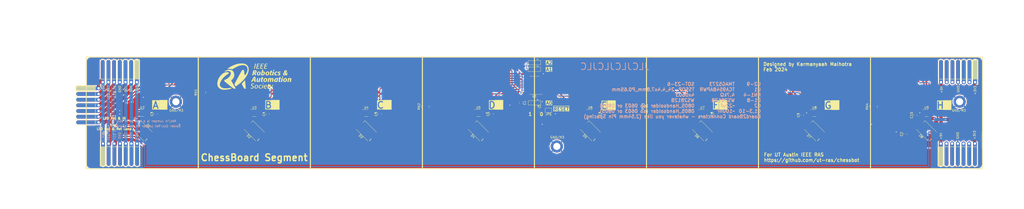
<source format=kicad_pcb>
(kicad_pcb (version 20221018) (generator pcbnew)
  (layers (0 "F.Cu" signal) (31 "B.Cu" signal) (34 "B.Paste" user) (35 "F.Paste" user) (36 "B.SilkS" user "B.Silkscreen") (37 "F.SilkS" user "F.Silkscreen") (38 "B.Mask" user) (39 "F.Mask" user) (44 "Edge.Cuts" user))
  (net 0 "")
  (net 1 "+5V")
  (net 2 "Net-(D1-DOUT)")
  (net 3 "GND")
  (net 4 "/LED_IN")
  (net 5 "Net-(D2-DOUT)")
  (net 6 "Net-(D3-DOUT)")
  (net 7 "Net-(D4-DOUT)")
  (net 8 "Net-(D5-DOUT)")
  (net 9 "Net-(D6-DOUT)")
  (net 10 "Net-(D7-DOUT)")
  (net 11 "/LED_OUT")
  (net 12 "+3.3V")
  (net 13 "/SDA")
  (net 14 "/SCL")
  (net 15 "/Row0/sensorpair3/C0")
  (net 16 "/Row0/sensorpair3/D0")
  (net 17 "/Row0/sensorpair3/C1")
  (net 18 "/Row0/sensorpair3/D1")
  (net 19 "/Row0/sensorpair2/C0")
  (net 20 "/Row0/sensorpair2/D0")
  (net 21 "/Row0/sensorpair2/C1")
  (net 22 "/Row0/sensorpair2/D1")
  (net 23 "/Row0/sensorpair1/C0")
  (net 24 "/Row0/sensorpair1/D0")
  (net 25 "/Row0/sensorpair1/C1")
  (net 26 "/Row0/sensorpair1/D1")
  (net 27 "/Row0/sensorpair0/C0")
  (net 28 "/Row0/sensorpair0/D0")
  (net 29 "/Row0/sensorpair0/C1")
  (net 30 "/Row0/sensorpair0/D1")
  (net 31 "/LED_RET")
  (net 32 "Net-(JP2-C)")
  (net 33 "Net-(JP3-C)")
  (net 34 "Net-(JP4-C)")
  (net 43 "Net-(JP5-B)")
  (footprint "Jumper:SolderJumper-3_P2.0mm_Open_TrianglePad1.0x1.5mm" (layer "F.Cu") (at 300 102.5 180)
    (fp_text reference "JP3" hide)
    (fp_text value "SolderJumper_3_Open")
  )
  (footprint "Package_TO_SOT_SMD:SOT-23-6" (layer "F.Cu") (at 475 125)
    (fp_text reference "U9")
    (fp_text value "TMAG5273")
  )
  (footprint "Package_TO_SOT_SMD:SOT-23-6" (layer "F.Cu") (at 325 125)
    (fp_text reference "U6")
    (fp_text value "TMAG5273")
  )
  (footprint "Capacitor_SMD:C_0805_2012Metric_Pad1.18x1.45mm_HandSolder" (layer "F.Cu") (at 181 125.5 90)
    (fp_text reference "C4")
    (fp_text value "100nF")
  )
  (footprint "Resistor_SMD:R_Array_Convex_4x0603" (layer "F.Cu") (at 251.3 122.15 90)
    (fp_text reference "RN2")
    (fp_text value "4.7k")
  )
  (footprint "Resistor_SMD:R_0805_2012Metric_Pad1.20x1.40mm_HandSolder" (layer "F.Cu") (at 112 129 180)
    (fp_text reference "JP6")
    (fp_text value "SolderJumper_2_Open")
  )
  (footprint "Jumper:SolderJumper-2_P1.3mm_Open_Pad1.0x1.5mm" (layer "F.Cu") (at 306.25 123.8 180)
    (fp_text reference "JP5")
    (fp_text value "SolderJumper_2_Open")
  )
  (footprint "Capacitor_SMD:C_0805_2012Metric_Pad1.18x1.45mm_HandSolder" (layer "F.Cu") (at 294 120.5 -90)
    (fp_text reference "C1")
    (fp_text value "100nF")
  )
  (footprint "Resistor_SMD:R_0805_2012Metric_Pad1.20x1.40mm_HandSolder" (layer "F.Cu") (at 112 133.75 180)
    (fp_text reference "JP1")
    (fp_text value "SolderJumper_2_Open")
  )
  (footprint "LED_SMD:LED_WS2812B_PLCC4_5.0x5.0mm_P3.2mm" (layer "F.Cu") (at 275 133 135)
    (fp_text reference "D4")
    (fp_text value "XL-5050RGBC-WS2812B")
  )
  (footprint "Package_TO_SOT_SMD:SOT-23-6" (layer "F.Cu") (at 375 125)
    (fp_text reference "U7")
    (fp_text value "TMAG5273")
  )
  (footprint "LED_SMD:LED_WS2812B_PLCC4_5.0x5.0mm_P3.2mm" (layer "F.Cu") (at 125 133 135)
    (fp_text reference "D1")
    (fp_text value "XL-5050RGBC-WS2812B")
  )
  (footprint "MountingHole:MountingHole_3.2mm_M3_ISO14580_Pad" (layer "F.Cu") (at 489.75 120)
    (fp_text reference "H1" hide)
    (fp_text value "MountingHole_Pad" hide)
  )
  (footprint "mylibrary:Custom PinSocket Edge Connector" (layer "F.Cu") (at 496.654 111.25 -90)
    (fp_text reference "J4" hide)
    (fp_text value "Conn_01x07")
  )
  (footprint "MountingHole:MountingHole_3.2mm_M3_ISO14580_Pad" (layer "F.Cu") (at 310 140)
    (fp_text reference "H3" hide)
    (fp_text value "MountingHole_Pad" hide)
  )
  (footprint "Jumper:SolderJumper-3_P2.0mm_Open_TrianglePad1.0x1.5mm" (layer "F.Cu") (at 300 105.5 180)
    (fp_text reference "JP2" hide)
    (fp_text value "SolderJumper_3_Open")
  )
  (footprint "Resistor_SMD:R_Array_Convex_4x0603" (layer "F.Cu") (at 151.7 115.85 90)
    (fp_text reference "RN1")
    (fp_text value "4.7k")
  )
  (footprint "MountingHole:MountingHole_3.2mm_M3_ISO14580_Pad" (layer "F.Cu") (at 140 120)
    (fp_text reference "H2" hide)
    (fp_text value "MountingHole_Pad" hide)
  )
  (footprint "Resistor_SMD:R_Array_Convex_4x0603" (layer "F.Cu") (at 451.3 122.15 90)
    (fp_text reference "RN4")
    (fp_text value "4.7k")
  )
  (footprint "Capacitor_SMD:C_0805_2012Metric_Pad1.18x1.45mm_HandSolder" (layer "F.Cu") (at 419.5 126 90)
    (fp_text reference "C9")
    (fp_text value "100nF")
  )
  (footprint "Package_SO:TSSOP-24_4.4x7.8mm_P0.65mm" (layer "F.Cu") (at 300 112.675 180)
    (fp_text reference "U1")
    (fp_text value "TCA9548APWR")
  )
  (footprint "LOGO" (layer "F.Cu") (at 175 109)
    (fp_text reference "G***" hide)
    (fp_text value "LOGO" hide)
  )
  (footprint "Resistor_SMD:R_Array_Convex_4x0603" (layer "F.Cu") (at 351.3 122.15 90)
    (fp_text reference "RN3")
    (fp_text value "4.7k")
  )
  (footprint "mylibrary:Custom PinSocket Edge Connector" (layer "F.Cu") (at 481.396 138.75 90)
    (fp_text reference "J5" hide)
    (fp_text value "Conn_01x07")
  )
  (footprint "mylibrary:Custom PinSocket Edge Connector" (layer "F.Cu") (at 122.534 111.25 -90)
    (fp_text reference "J3" hide)
    (fp_text value "Conn_01x07")
  )
  (footprint "Capacitor_SMD:C_0805_2012Metric_Pad1.18x1.45mm_HandSolder" (layer "F.Cu") (at 465.5 134.5 90)
    (fp_text reference "C2")
    (fp_text value "22uF")
  )
  (footprint "mylibrary:Custom PinSocket Edge Connector" (layer "F.Cu") (at 105.504 114.046)
    (fp_text reference "J6" hide)
    (fp_text value "Conn_01x07")
  )
  (footprint "Package_TO_SOT_SMD:SOT-23-6" (layer "F.Cu") (at 275 125)
    (fp_text reference "U5")
    (fp_text value "TMAG5273")
  )
  (footprint "mylibrary:Custom PinSocket Edge Connector" (layer "F.Cu") (at 107.506 138.75 90)
    (fp_text reference "J2" hide)
    (fp_text value "Conn_01x07")
  )
  (footprint "Capacitor_SMD:C_0805_2012Metric_Pad1.18x1.45mm_HandSolder" (layer "F.Cu") (at 231 125.5 90)
    (fp_text reference "C5")
    (fp_text value "100nF")
  )
  (footprint "Capacitor_SMD:C_0805_2012Metric_Pad1.18x1.45mm_HandSolder" (layer "F.Cu") (at 131 125.5 90)
    (fp_text reference "C3")
    (fp_text value "100nF")
  )
  (footprint "LED_SMD:LED_WS2812B_PLCC4_5.0x5.0mm_P3.2mm" (layer "F.Cu") (at 225 133 135)
    (fp_text reference "D3")
    (fp_text value "XL-5050RGBC-WS2812B")
  )
  (footprint "Package_TO_SOT_SMD:SOT-23-6" (layer "F.Cu") (at 225 125)
    (fp_text reference "U4")
    (fp_text value "TMAG5273")
  )
  (footprint "Capacitor_SMD:C_0805_2012Metric_Pad1.18x1.45mm_HandSolder" (layer "F.Cu") (at 470 126 90)
    (fp_text reference "C10")
    (fp_text value "100nF")
  )
  (footprint "Package_TO_SOT_SMD:SOT-23-6" (layer "F.Cu") (at 125 125)
    (fp_text reference "U2")
    (fp_text value "TMAG5273")
  )
  (footprint "LED_SMD:LED_WS2812B_PLCC4_5.0x5.0mm_P3.2mm" (layer "F.Cu") (at 475 133 135)
    (fp_text reference "D8")
    (fp_text value "XL-5050RGBC-WS2812B")
  )
  (footprint "LED_SMD:LED_WS2812B_PLCC4_5.0x5.0mm_P3.2mm" (layer "F.Cu") (at 325 133 135)
    (fp_text reference "D5")
    (fp_text value "XL-5050RGBC-WS2812B")
  )
  (footprint "LED_SMD:LED_WS2812B_PLCC4_5.0x5.0mm_P3.2mm" (layer "F.Cu") (at 175 133 135)
    (fp_text reference "D2")
    (fp_text value "XL-5050RGBC-WS2812B")
  )
  (footprint "Jumper:SolderJumper-3_P2.0mm_Open_TrianglePad1.0x1.5mm" (layer "F.Cu") (at 300 120.5 180)
    (fp_text reference "JP4" hide)
    (fp_text value "SolderJumper_3_Open")
  )
  (footprint "Capacitor_SMD:C_0805_2012Metric_Pad1.18x1.45mm_HandSolder" (layer "F.Cu") (at 331 125.5 90)
    (fp_text reference "C7")
    (fp_text value "100nF")
  )
  (footprint "Package_TO_SOT_SMD:SOT-23-6" (layer "F.Cu") (at 425 125)
    (fp_text reference "U8")
    (fp_text value "TMAG5273")
  )
  (footprint "Resistor_SMD:R_0805_2012Metric_Pad1.20x1.40mm_HandSolder" (layer "F.Cu") (at 302.2 123.8)
    (fp_text reference "R1")
    (fp_text value "10k")
  )
  (footprint "Capacitor_SMD:C_0805_2012Metric_Pad1.18x1.45mm_HandSolder" (layer "F.Cu") (at 281 125.5 90)
    (fp_text reference "C6")
    (fp_text value "100nF")
  )
  (footprint "Capacitor_SMD:C_0805_2012Metric_Pad1.18x1.45mm_HandSolder" (layer "F.Cu") (at 381 125.5 90)
    (fp_text reference "C8")
    (fp_text value "100nF")
  )
  (footprint "LED_SMD:LED_WS2812B_PLCC4_5.0x5.0mm_P3.2mm" (layer "F.Cu") (at 375 133 135)
    (fp_text reference "D6")
    (fp_text value "XL-5050RGBC-WS2812B")
  )
  (footprint "LED_SMD:LED_WS2812B_PLCC4_5.0x5.0mm_P3.2mm" (layer "F.Cu") (at 425 133 135)
    (fp_text reference "D7")
    (fp_text value "XL-5050RGBC-WS2812B")
  )
  (footprint "Package_TO_SOT_SMD:SOT-23-6" (layer "F.Cu") (at 175 125)
    (fp_text reference "U3")
    (fp_text value "TMAG5273")
  )
  (gr_rect (start 332.7 119.5) (end 336.2 123.7) (stroke (width 0.15)) (fill solid) (layer "F.SilkS"))
  (gr_rect (start 482.5 119.4) (end 486 123.6) (stroke (width 0.15)) (fill solid) (layer "F.SilkS"))
  (gr_rect (start 450 100) (end 500 150) (stroke (width 0.4)) (fill none) (layer "F.SilkS"))
  (gr_rect (start 100 100) (end 150 150) (stroke (width 0.4)) (fill none) (layer "F.SilkS"))
  (gr_rect (start 182.7 119.3) (end 186.2 123.5) (stroke (width 0.15)) (fill solid) (layer "F.SilkS"))
  (gr_rect (start 300 100) (end 350 150) (stroke (width 0.4)) (fill none) (layer "F.SilkS"))
  (gr_rect (start 432.5 119.4) (end 436 123.6) (stroke (width 0.15)) (fill solid) (layer "F.SilkS"))
  (gr_rect (start 250 100) (end 300 150) (stroke (width 0.4)) (fill none) (layer "F.SilkS"))
  (gr_rect (start 350 100) (end 400 150) (stroke (width 0.4)) (fill none) (layer "F.SilkS"))
  (gr_rect (start 282.5 119.3) (end 286 123.5) (stroke (width 0.15)) (fill solid) (layer "F.SilkS"))
  (gr_rect (start 132.6 119.3) (end 136.1 123.5) (stroke (width 0.15)) (fill solid) (layer "F.SilkS"))
  (gr_rect (start 400 100) (end 450 150) (stroke (width 0.4)) (fill none) (layer "F.SilkS"))
  (gr_rect (start 232.7 119.3) (end 236.2 123.5) (stroke (width 0.15)) (fill solid) (layer "F.SilkS"))
  (gr_rect (start 200 100) (end 250 150) (stroke (width 0.4)) (fill none) (layer "F.SilkS"))
  (gr_rect (start 150 100) (end 200 150) (stroke (width 0.4)) (fill none) (layer "F.SilkS"))
  (gr_rect (start 382.5 119.3) (end 386 123.5) (stroke (width 0.15)) (fill solid) (layer "F.SilkS"))
  (gr_line (start 500 102) (end 500 148) (stroke (width 0.1)) (layer "Edge.Cuts"))
  (gr_arc (start 102 150) (mid 100.585786 149.414214) (end 100 148) (stroke (width 0.1)) (layer "Edge.Cuts"))
  (gr_line (start 498 150) (end 102 150) (stroke (width 0.1)) (layer "Edge.Cuts"))
  (gr_arc (start 498 100) (mid 499.414214 100.585786) (end 500 102) (stroke (width 0.1)) (layer "Edge.Cuts"))
  (gr_arc (start 100 102) (mid 100.585786 100.585786) (end 102 100) (stroke (width 0.1)) (layer "Edge.Cuts"))
  (gr_line (start 102 100) (end 498 100) (stroke (width 0.1)) (layer "Edge.Cuts"))
  (gr_arc (start 500 148) (mid 499.414214 149.414214) (end 498 150) (stroke (width 0.1)) (layer "Edge.Cuts"))
  (gr_line (start 100 148) (end 100 102) (stroke (width 0.1)) (layer "Edge.Cuts"))
  (gr_text "GND" (at 114.2035 136.75 -90) (layer "B.SilkS") (effects (font (size 1 1)) (justify left bottom mirror)))
  (gr_text "SDA" (at 119.2035 136.5 -90) (layer "B.SilkS") (effects (font (size 1 1)) (justify left bottom mirror)))
  (gr_text "Ret/In Jumper is a test point only" (at 140.25 129.25) (layer "B.SilkS") (effects (font (size 1 1)) (justify left bottom mirror)))
  (gr_text "LED_RET" (at 109.4535 137.25 -90) (layer "B.SilkS") (effects (font (size 1 1)) (justify left bottom mirror)))
  (gr_text "LED_OUT" (at 111.9535 137 -90) (layer "B.SilkS") (effects (font (size 1 1)) (justify left bottom mirror)))
  (gr_text "Solder Out/Ret jumper on last board" (at 142.25 131.5) (layer "B.SilkS") (effects (font (size 1 1)) (justify left bottom mirror)))
  (gr_text "JLCJLCJLCJLC" (at 351.5 106) (layer "B.SilkS") (effects (font (size 3 3) (thickness 0.3) bold) (justify left bottom mirror)))
  (gr_text "+3V3\n" (at 121.9535 137.25 -90) (layer "B.SilkS") (effects (font (size 1 1)) (justify left bottom mirror)))
  (gr_text "U2-9 	TMAG5273 	SOT-23-6\nU1		TCA9548APWR	TSSOP-24_4.4x7.8mm_P0.65mm\nRN1-4	4.7kΩ		4x0603\nD1-8	WS2812B		WS2812B\nC2		~22uF		0805_Handsolder (so 0603 or 0805)\nC1,3-10	~100nF		0805_Handsolder (so 0603 or 0805)\nBoard2Board Connectors - whatever you like (2.54mm Pin Spacing)" (at 401.25 127.5) (layer "B.SilkS") (effects (font (size 1.5 1.5) (thickness 0.3) bold) (justify left bottom mirror)))
  (gr_text "SCL" (at 116.9535 136.5 -90) (layer "B.SilkS") (effects (font (size 1 1)) (justify left bottom mirror)))
  (gr_text "+5V" (at 106.9535 136.5 -90) (layer "B.SilkS") (effects (font (size 1 1)) (justify left bottom mirror)))
  (gr_text "GND" (at 489.5 136.75 90) (layer "F.SilkS") (effects (font (size 1 1)) (justify left bottom)))
  (gr_text "+3V3\n" (at 123.25 116.75 90) (layer "F.SilkS") (effects (font (size 1 1)) (justify left bottom)))
  (gr_text "GND/M3" (at 307 136.5) (layer "F.SilkS") (effects (font (size 1 1)) (justify left bottom)))
  (gr_text "E" (at 329.45 123.5) (layer "F.SilkS" knockout) (effects (font (size 3 3) (thickness 0.5) bold) (justify left bottom)))
  (gr_text "GND" (at 489.75 116 90) (layer "F.SilkS") (effects (font (size 1 1)) (justify left bottom)))
  (gr_text "+5V" (at 482 137 90) (layer "F.SilkS") (effects (font (size 1 1)) (justify left bottom)))
  (gr_text "ChessBoard Segment" (at 150.75 146.75) (layer "F.SilkS") (effects (font (size 3 3) (thickness 0.6) bold) (justify left bottom)))
  (gr_text "A0" (at 305 121.5) (layer "F.SilkS" knockout) (effects (font (size 1.5 1.5) (thickness 0.3) bold) (justify left bottom)))
  (gr_text "+5V" (at 108.25 115.75 90) (layer "F.SilkS") (effects (font (size 1 1)) (justify left bottom)))
  (gr_text "GND/M3" (at 486.25 124.5) (layer "F.SilkS") (effects (font (size 1 1)) (justify left bottom)))
  (gr_text "GND" (at 115.5 116 90) (layer "F.SilkS") (effects (font (size 1 1)) (justify left bottom)))
  (gr_text "LED Out & Ret Loop" (at 104.5 132.75) (layer "F.SilkS") (effects (font (size 1 1) (thickness 0.25) bold) (justify left bottom)))
  (gr_text "LED_IN" (at 113.25 118 90) (layer "F.SilkS") (effects (font (size 1 1)) (justify left bottom)))
  (gr_text "Designed by Karmanyaah Malhotra\nFeb 2024" (at 402 106.5) (layer "F.SilkS") (effects (font (size 1.5 1.5) (thickness 0.3) bold) (justify left bottom)))
  (gr_text "H" (at 479.25 123.4) (layer "F.SilkS" knockout) (effects (font (size 3 3) (thickness 0.5) bold) (justify left bottom)))
  (gr_text "SCL" (at 118.25 115.75 90) (layer "F.SilkS") (effects (font (size 1 1)) (justify left bottom)))
  (gr_text "F" (at 379.25 123.3) (layer "F.SilkS" knockout) (effects (font (size 3 3) (thickness 0.5) bold) (justify left bottom)))
  (gr_text "+3V3\n" (at 497 137 90) (layer "F.SilkS") (effects (font (size 1 1)) (justify left bottom)))
  (gr_text "LED_RET" (at 110.5 119 90) (layer "F.SilkS") (effects (font (size 1 1)) (justify left bottom)))
  (gr_text "C" (at 229.45 123.3) (layer "F.SilkS" knockout) (effects (font (size 3 3) (thickness 0.5) bold) (justify left bottom)))
  (gr_text "GND/M3" (at 137 124.5) (layer "F.SilkS") (effects (font (size 1 1)) (justify left bottom)))
  (gr_text "A1" (at 305 106.5) (layer "F.SilkS" knockout) (effects (font (size 1.5 1.5) (thickness 0.3) bold) (justify left bottom)))
  (gr_text "B" (at 179.45 123.3) (layer "F.SilkS" knockout) (effects (font (size 3 3) (thickness 0.5) bold) (justify left bottom)))
  (gr_text "0\n" (at 302.25 126.5) (layer "F.SilkS") (effects (font (size 1.5 1.5) (thickness 0.3) bold) (justify left bottom)))
  (gr_text locked "SDA" (at 120.5 115.75 90) (layer "F.SilkS") (effects (font (size 1 1)) (justify left bottom)))
  (gr_text "1" (at 297.2 126.4) (layer "F.SilkS") (effects (font (size 1.5 1.5) (thickness 0.3) bold) (justify left bottom)))
  (gr_text "A2" (at 305 103.5) (layer "F.SilkS" knockout) (effects (font (size 1.5 1.5) (thickness 0.3) bold) (justify left bottom)))
  (gr_text "D" (at 279.25 123.3) (layer "F.SilkS" knockout) (effects (font (size 3 3) (thickness 0.5) bold) (justify left bottom)))
  (gr_text "A" (at 129.35 123.3) (layer "F.SilkS" knockout) (effects (font (size 3 3) (thickness 0.5) bold) (justify left bottom)))
  (gr_text "+5V" (at 482.25 116.25 90) (layer "F.SilkS") (effects (font (size 1 1)) (justify left bottom)))
  (gr_text "~{RESET}" (at 308.4 124.2) (layer "F.SilkS" knockout) (effects (font (size 1.5 1.5) (thickness 0.3) bold) (justify left bottom)))
  (gr_text "For UT Austin IEEE RAS\nhttps://github.com/ut-ras/chessbot" (at 402.25 147) (layer "F.SilkS") (effects (font (size 1.5 1.5) (thickness 0.3) bold) (justify left bottom)))
  (gr_text "G" (at 429.25 123.4) (layer "F.SilkS" knockout) (effects (font (size 3 3) (thickness 0.5) bold) (justify left bottom)))
  (gr_text "LED Ret & IN" (at 107.25 128) (layer "F.SilkS") (effects (font (size 1 1) (thickness 0.25) bold) (justify left bottom)))
  (gr_text "+3V3\n" (at 497.25 117 90) (layer "F.SilkS") (effects (font (size 1 1)) (justify left bottom)))
  (segment (start 110.146016 127.35) (end 107.46 130.036016) (width 1.5) (layer "F.Cu") (net 1))
  (segment (start 481.35 136.2) (end 481.46 136.09) (width 1.5) (layer "F.Cu") (net 1))
  (segment (start 105.5 111.74) (end 107.34 109.9) (width 1.5) (layer "F.Cu") (net 1))
  (segment (start 125.565685 135.899138) (end 125.565685 133.919238) (width 1.5) (layer "F.Cu") (net 1))
  (segment (start 114.55 128.046016) (end 113.853984 127.35) (width 1.5) (layer "F.Cu") (net 1))
  (segment (start 105.5 114) (end 105.5 111.74) (width 1.5) (layer "F.Cu") (net 1))
  (segment (start 115.303984 128.803984) (end 114.55 128.05) (width 1.5) (layer "F.Cu") (net 1))
  (segment (start 115.303984 129.3) (end 115.303984 128.803984) (width 1.5) (layer "F.Cu") (net 1))
  (segment (start 481.35 136.2) (end 481.35 139.6) (width 1.5) (layer "F.Cu") (net 1))
  (segment (start 120.946447 129.3) (end 115.303984 129.3) (width 1.5) (layer "F.Cu") (net 1))
  (segment (start 114.55 128.05) (end 114.55 128.046016) (width 1.5) (layer "F.Cu") (net 1))
  (segment (start 481.25 136.1) (end 125.766547 136.1) (width 1.5) (layer "F.Cu") (net 1))
  (segment (start 125.766547 136.1) (end 125.565685 135.899138) (width 1.5) (layer "F.Cu") (net 1))
  (segment (start 481.46 136.09) (end 481.46 110.4) (width 1.5) (layer "F.Cu") (net 1))
  (segment (start 113.853984 127.35) (end 110.146016 127.35) (width 1.5) (layer "F.Cu") (net 1))
  (segment (start 125.565685 133.919238) (end 120.946447 129.3) (width 1.5) (layer "F.Cu") (net 1))
  (segment (start 481.35 136.2) (end 481.25 136.1) (width 1.5) (layer "F.Cu") (net 1))
  (segment (start 107.46 130.036016) (end 107.46 139.5) (width 1.5) (layer "F.Cu") (net 1))
  (segment (start 107.46 138.754) (end 107.46 111.366) (width 1.5) (layer "B.Cu") (net 1))
  (segment (start 107.46 111.366) (end 107.34 111.246) (width 1.5) (layer "B.Cu") (net 1))
  (segment (start 127.899138 133.565685) (end 170.969492 133.565685) (width 0.5) (layer "F.Cu") (net 2))
  (segment (start 170.969492 133.565685) (end 172.100862 132.434315) (width 0.5) (layer "F.Cu") (net 2))
  (segment (start 307.8 123.8) (end 309.4 125.4) (width 0.25) (layer "F.Cu") (net 3))
  (segment (start 303.5 130.100862) (end 474.434315 130.100862) (width 1.5) (layer "F.Cu") (net 3))
  (segment (start 419.5 124.9625) (end 421.4625 124.9625) (width 0.5) (layer "F.Cu") (net 3))
  (segment (start 105.655584 121.62) (end 112.887792 114.387792) (width 1.5) (layer "F.Cu") (net 3))
  (segment (start 302.5 105.5) (end 304 107) (width 0.5) (layer "F.Cu") (net 3))
  (segment (start 129 125) (end 123.8625 125) (width 0.5) (layer "F.Cu") (net 3))
  (segment (start 231 124.4625) (end 229.5375 124.4625) (width 0.5) (layer "F.Cu") (net 3))
  (segment (start 114.96 112.315584) (end 114.96 109.9) (width 1.5) (layer "F.Cu") (net 3))
  (segment (start 323.8625 125.95) (end 324.8125 125) (width 0.5) (layer "F.Cu") (net 3))
  (segment (start 283.925 121.5375) (end 281 124.4625) (width 0.2) (layer "F.Cu") (net 3))
  (segment (start 273.8625 125.95) (end 274.8125 125) (width 0.5) (layer "F.Cu") (net 3))
  (segment (start 274.8125 125) (end 278.5 125) (width 0.5) (layer "F.Cu") (net 3))
  (segment (start 112.887792 114.387792) (end 114.96 112.315584) (width 1.5) (layer "F.Cu") (net 3))
  (segment (start 123.8625 125.8625) (end 123.8625 125) (width 0.5) (layer "F.Cu") (net 3))
  (segment (start 473.8625 125) (end 470.0375 125) (width 0.5) (layer "F.Cu") (net 3))
  (segment (start 229 125) (end 224.5 125) (width 0.5) (layer "F.Cu") (net 3))
  (segment (start 223.8625 125.95) (end 224.5 125.3125) (width 0.5) (layer "F.Cu") (net 3))
  (segment (start 224.5 125) (end 223.8625 125) (width 0.5) (layer "F.Cu") (net 3))
  (segment (start 306.9 123.8) (end 307.8 123.8) (width 0.25) (layer "F.Cu") (net 3))
  (segment (start 304 109.075) (end 303.975 109.1) (width 0.5) (layer "F.Cu") (net 3))
  (segment (start 294 121.5375) (end 283.925 121.5375) (width 0.2) (layer "F.Cu") (net 3))
  (segment (start 229.5375 124.4625) (end 229 125) (width 0.5) (layer "F.Cu") (net 3))
  (segment (start 173.8625 125.95) (end 174.8125 125) (width 0.5) (layer "F.Cu") (net 3))
  (segment (start 129.5375 124.4625) (end 129 125) (width 0.5) (layer "F.Cu") (net 3))
  (segment (start 426.1375 125) (end 424.8125 125) (width 0.5) (layer "F.Cu") (net 3))
  (segment (start 279.0375 124.4625) (end 278.5 125) (width 0.5) (layer "F.Cu") (net 3))
  (segment (start 105.5 121.62) (end 105.655584 121.62) (width 1.5) (layer "F.Cu") (net 3))
  (segment (start 381 124.4625) (end 379.5375 124.4625) (width 0.5) (layer "F.Cu") (net 3))
  (segment (start 465.5 133.4625) (end 461.5375 133.4625) (width 0.2) (layer "F.Cu") (net 3))
  (segment (start 421.4625 124.9625) (end 421.5 125) (width 0.5) (layer "F.Cu") (net 3))
  (segment (start 423.8625 125) (end 421.5 125) (width 0.5) (layer "F.Cu") (net 3))
  (segment (start 303 120.5) (end 303.5 120) (width 0.2) (layer "F.Cu") (net 3))
  (segment (start 181 124.4625) (end 179.5375 124.4625) (width 0.5) (layer "F.Cu") (net 3))
  (segment (start 470.0375 125) (end 470 124.9625) (width 0.5) (layer "F.Cu") (net 3))
  (segment (start 374.8125 125) (end 379 125) (width 0.5) (layer "F.Cu") (net 3))
  (segment (start 474.8125 125) (end 476.1375 125) (width 0.5) (layer "F.Cu") (net 3))
  (segment (start 123.95 125.95) (end 123.8625 125.8625) (width 0.5) (layer "F.Cu") (net 3))
  (segment (start 302.5 105.5) (end 302.5 102.5) (width 0.5) (layer "F.Cu") (net 3))
  (segment (start 125.5 118.5) (end 120 124) (width 1.5) (layer "F.Cu") (net 3))
  (segment (start 324.8125 125) (end 329 125) (width 0.5) (layer "F.Cu") (net 3))
  (segment (start 179.5375 124.4625) (end 179 125) (width 0.5) (layer "F.Cu") (net 3))
  (segment (start 331 124.4625) (end 329.5375 124.4625) (width 0.5) (layer "F.Cu") (net 3))
  (segment (start 461.5375 133.4625) (end 461.5 133.5) (width 0.2) (layer "F.Cu") (net 3))
  (segment (start 120 124) (end 114.96 124) (width 1.5) (layer "F.Cu") (net 3))
  (segment (start 304 107) (end 304 109.075) (width 0.5) (layer "F.Cu") (net 3))
  (segment (start 224.5 125.3125) (end 224.5 125) (width 0.5) (layer "F.Cu") (net 3))
  (segment (start 114.96 125.5) (end 114.96 124) (width 1.5) (layer "F.Cu") (net 3))
  (segment (start 123.8625 125.95) (end 123.95 125.95) (width 0.5) (layer "F.Cu") (net 3))
  (segment (start 125.5 118) (end 125.5 118.5) (width 1.5) (layer "F.Cu") (net 3))
  (segment (start 379.5375 124.4625) (end 379 125) (width 0.5) (layer "F.Cu") (net 3))
  (segment (start 174.8125 125) (end 179 125) (width 0.5) (layer "F.Cu") (net 3))
  (segment (start 329.5375 124.4625) (end 329 125) (width 0.5) (layer "F.Cu") (net 3))
  (segment (start 303.975 109.1) (end 302.8625 109.1) (width 0.5) (layer "F.Cu") (net 3))
  (segment (start 124.434315 130.100862) (end 303.5 130.100862) (width 1.5) (layer "F.Cu") (net 3))
  (segment (start 424.8125 125) (end 423.8625 125.95) (width 0.5) (layer "F.Cu") (net 3))
  (segment (start 131 124.4625) (end 129.5375 124.4625) (width 0.5) (layer "F.Cu") (net 3))
  (segment (start 302 120.5) (end 303 120.5) (width 0.2) (layer "F.Cu") (net 3))
  (segment (start 473.8625 125.95) (end 474.8125 125) (width 0.5) (layer "F.Cu") (net 3))
  (segment (start 373.8625 125.95) (end 374.8125 125) (width 0.5) (layer "F.Cu") (net 3))
  (segment (start 281 124.4625) (end 279.0375 124.4625) (width 0.5) (layer "F.Cu") (net 3))
  (via (at 114.96 124) (size 0.8) (drill 0.4) (layers "F.Cu" "B.Cu") (net 3))
  (via (at 125.5 118) (size 0.8) (drill 0.4) (layers "F.Cu" "B.Cu") (net 3))
  (via (at 303.5 130.100862) (size 0.8) (drill 0.4) (layers "F.Cu" "B.Cu") (net 3))
  (via (at 304 107.5) (size 0.8) (drill 0.4) (layers "F.Cu" "B.Cu") (net 3))
  (via (at 278.5 125) (size 0.8) (drill 0.4) (layers "F.Cu" "B.Cu") (net 3))
  (via (at 129 125) (size 0.8) (drill 0.4) (layers "F.Cu" "B.Cu") (net 3))
  (via (at 309.4 125.4) (size 0.8) (drill 0.4) (layers "F.Cu" "B.Cu") (net 3))
  (via (at 329 125) (size 0.8) (drill 0.4) (layers "F.Cu" "B.Cu") (net 3))
  (via (at 379 125) (size 0.8) (drill 0.4) (layers "F.Cu" "B.Cu") (net 3))
  (via (at 229 125) (size 0.8) (drill 0.4) (layers "F.Cu" "B.Cu") (net 3))
  (via (at 461.5 133.5) (size 0.8) (drill 0.4) (layers "F.Cu" "B.Cu") (net 3))
  (via (at 472 125) (size 0.8) (drill 0.4) (layers "F.Cu" "B.Cu") (net 3))
  (via (at 289 121.5375) (size 0.8) (drill 0.4) (layers "F.Cu" "B.Cu") (net 3))
  (via (at 114.96 125.5) (size 0.8) (drill 0.4) (layers "F.Cu" "B.Cu") (net 3))
  (via (at 303.5 120) (size 0.8) (drill 0.4) (layers "F.Cu" "B.Cu") (net 3))
  (via (at 450.5 130.100862) (size 0.8) (drill 0.4) (layers "F.Cu" "B.Cu") (net 3))
  (via (at 421.5 125) (size 0.8) (drill 0.4) (layers "F.Cu" "B.Cu") (net 3))
  (via (at 141.5 130.100862) (size 0.8) (drill 0.4) (layers "F.Cu" "B.Cu") (net 3))
  (via (at 179 125) (size 0.8) (drill 0.4) (layers "F.Cu" "B.Cu") (net 3))
  (segment (start 114.96 139.38) (end 115.08 139.5) (width 1.5) (layer "B.Cu") (net 3))
  (segment (start 114.96 109.9) (end 114.96 139.38) (width 1.5) (layer "B.Cu") (net 3))
  (segment (start 113 129.5) (end 112.5 129) (width 0.5) (layer "F.Cu") (net 4))
  (segment (start 120.166547 130.5) (end 122.100862 132.434315) (width 0.5) (layer "F.Cu") (net 4))
  (segment (start 105.5 119.08) (end 105.655584 119.08) (width 1.5) (layer "F.Cu") (net 4))
  (segment (start 113 130.5) (end 113 129.5) (width 0.5) (layer "F.Cu") (net 4))
  (segment (start 113 130.5) (end 120.166547 130.5) (width 0.5) (layer "F.Cu") (net 4))
  (segment (start 105.655584 119.08) (end 112.42 112.315584) (width 1.5) (layer "F.Cu") (net 4))
  (via (at 113 130.5) (size 0.8) (drill 0.4) (layers "F.Cu" "B.Cu") (net 4))
  (segment (start 112.42 129.92) (end 113 130.5) (width 0.5) (layer "B.Cu") (net 4))
  (segment (start 112.42 109.9) (end 112.42 129.92) (width 0.5) (layer "B.Cu") (net 4))
  (segment (start 177.899138 133.565685) (end 220.969492 133.565685) (width 0.5) (layer "F.Cu") (net 5))
  (segment (start 220.969492 133.565685) (end 222.100862 132.434315) (width 0.5) (layer "F.Cu") (net 5))
  (segment (start 270.969492 133.565685) (end 272.100862 132.434315) (width 0.5) (layer "F.Cu") (net 6))
  (segment (start 227.899138 133.565685) (end 270.969492 133.565685) (width 0.5) (layer "F.Cu") (net 6))
  (segment (start 277.899138 133.565685) (end 320.969492 133.565685) (width 0.5) (layer "F.Cu") (net 7))
  (segment (start 320.969492 133.565685) (end 322.100862 132.434315) (width 0.5) (layer "F.Cu") (net 7))
  (segment (start 370.969492 133.565685) (end 372.100862 132.434315) (width 0.5) (layer "F.Cu") (net 8))
  (segment (start 327.899138 133.565685) (end 370.969492 133.565685) (width 0.5) (layer "F.Cu") (net 8))
  (segment (start 377.899138 133.565685) (end 420.969492 133.565685) (width 0.5) (layer "F.Cu") (net 9))
  (segment (start 420.969492 133.565685) (end 422.100862 132.434315) (width 0.5) (layer "F.Cu") (net 9))
  (segment (start 429.560838 131.903985) (end 471.570532 131.903985) (width 0.5) (layer "F.Cu") (net 10))
  (segment (start 427.899138 133.565685) (end 429.560838 131.903985) (width 0.5) (layer "F.Cu") (net 10))
  (segment (start 471.570532 131.903985) (end 472.100862 132.434315) (width 0.5) (layer "F.Cu") (net 10))
  (segment (start 113 133.75) (end 113 135.5) (width 0.25) (layer "F.Cu") (net 11))
  (segment (start 113 139.04) (end 113 135.5) (width 1.5) (layer "F.Cu") (net 11))
  (segment (start 121.5 135.5) (end 113 135.5) (width 0.5) (layer "F.Cu") (net 11))
  (segment (start 476.065685 133.565685) (end 476 133.5) (width 0.5) (layer "F.Cu") (net 11))
  (segment (start 125.125 139.125) (end 121.5 135.5) (width 0.5) (layer "F.Cu") (net 11))
  (segment (start 477.899138 133.565685) (end 476.065685 133.565685) (width 0.5) (layer "F.Cu") (net 11))
  (via (at 125.125 139.125) (size 0.8) (drill 0.4) (layers "F.Cu" "B.Cu") (net 11))
  (via (at 476 133.5) (size 0.8) (drill 0.4) (layers "F.Cu" "B.Cu") (net 11))
  (segment (start 476 149) (end 476 133.5) (width 0.5) (layer "B.Cu") (net 11))
  (segment (start 125.125 139.125) (end 126 140) (width 0.5) (layer "B.Cu") (net 11))
  (segment (start 126 140) (end 126 149) (width 0.5) (layer "B.Cu") (net 11))
  (segment (start 126 149) (end 476 149) (width 0.5) (layer "B.Cu") (net 11))
  (segment (start 350.9 123) (end 350.9 126.9375) (width 0.5) (layer "F.Cu") (net 12))
  (segment (start 451.7 126.8375) (end 451 127.5375) (width 0.5) (layer "F.Cu") (net 12))
  (segment (start 297 105.5) (end 296.5 105) (width 0.2) (layer "F.Cu") (net 12))
  (segment (start 496.5 128) (end 496.5 139.51) (width 1.5) (layer "F.Cu") (net 12))
  (segment (start 250.1 123) (end 252.5 123) (width 0.5) (layer "F.Cu") (net 12))
  (segment (start 426 127.5375) (end 376.5 127.5375) (width 1.5) (layer "F.Cu") (net 12))
  (segment (start 292.0375 127.5375) (end 292 127.5) (width 1.5) (layer "F.Cu") (net 12))
  (segment (start 300.7 123.5) (end 300.75 123.55) (width 0.5) (layer "F.Cu") (net 12))
  (segment (start 176.1375 127.3625) (end 176 127.5) (width 0.5) (layer "F.Cu") (net 12))
  (segment (start 296 118.5) (end 296 127.5375) (width 0.5) (layer "F.Cu") (net 12))
  (segment (start 426.1375 125.95) (end 426.1375 127.4) (width 0.5) (layer "F.Cu") (net 12))
  (segment (start 151.3 125.8) (end 153 127.5) (width 0.5) (layer "F.Cu") (net 12))
  (segment (start 105.655584 129.24) (end 122.58 112.315584) (width 1.5) (layer "F.Cu") (net 12))
  (segment (start 495.575 128) (end 483.5 128) (width 1.5) (layer "F.Cu") (net 12))
  (segment (start 122.58 111.246) (end 122.58 112.315584) (width 1.5) (layer "F.Cu") (net 12))
  (segment (start 298 120.5) (end 298 127.0375) (width 0.5) (layer "F.Cu") (net 12))
  (segment (start 126 127.5) (end 153 127.5) (width 1.5) (layer "F.Cu") (net 12))
  (segment (start 476 127.5375) (end 451 127.5375) (width 1.5) (layer "F.Cu") (net 12))
  (segment (start 126.1375 125.95) (end 126.1375 127.3625) (width 0.5) (layer "F.Cu") (net 12))
  (segment (start 295.84375 118.34375) (end 296.8 117.3875) (width 0.5) (layer "F.Cu") (net 12))
  (segment (start 122.75 127.5) (end 126 127.5) (width 1.5) (layer "F.Cu") (net 12))
  (segment (start 226.1375 127.3625) (end 226 127.5) (width 0.5) (layer "F.Cu") (net 12))
  (segment (start 294 119.4625) (end 294.725 119.4625) (width 0.5) (layer "F.Cu") (net 12))
  (segment (start 326.5 127.5375) (end 309.5375 127.5375) (width 1.5) (layer "F.Cu") (net 12))
  (segment (start 296.8 117.3875) (end 296.8 116.275) (width 0.5) (layer "F.Cu") (net 12))
  (segment (start 176.1375 125.95) (end 176.1375 127.3625) (width 0.5) (layer "F.Cu") (net 12))
  (segment (start 496.0375 127.5375) (end 495.575 128) (width 1.5) (layer "F.Cu") (net 12))
  (segment (start 298.5 127.5375) (end 296 127.5375) (width 1.5) (layer "F.Cu") (net 12))
  (segment (start 276.1375 127.3625) (end 276 127.5) (width 0.5) (layer "F.Cu") (net 12))
  (segment (start 350.1 123) (end 352.5 123) (width 0.5) (layer "F.Cu") (net 12))
  (segment (start 451.7 123) (end 451.7 126.8375) (width 0.5) (layer "F.Cu") (net 12))
  (segment (start 276 127.5) (end 292 127.5) (width 1.5) (layer "F.Cu") (net 12))
  (segment (start 150.5 116.7) (end 152.9 116.7) (width 0.5) (layer "F.Cu") (net 12))
  (segment (start 250.9 123) (end 250.9 126.9) (width 0.5) (layer "F.Cu") (net 12))
  (segment (start 326.5 126.3125) (end 326.5 127.5375) (width 0.5) (layer "F.Cu") (net 12))
  (segment (start 426.1375 127.4) (end 426 127.5375) (width 0.5) (layer "F.Cu") (net 12))
  (segment (start 476.1375 127.4) (end 476 127.5375) (width 0.5) (layer "F.Cu") (net 12))
  (segment (start 450.1 123) (end 452.5 123) (width 0.5) (layer "F.Cu") (net 12))
  (segment (start 476.1375 125.95) (end 476.1375 127.4) (width 0.5) (layer "F.Cu") (net 12))
  (segment (start 496.0375 127.5375) (end 496.5 128) (width 1.5) (layer "F.Cu") (net 12))
  (segment (start 294.725 119.4625) (end 295.84375 118.34375) (width 0.5) (layer "F.Cu") (net 12))
  (segment (start 151.3 116.7) (end 151.3 125.8) (width 0.5) (layer "F.Cu") (net 12))
  (segment (start 298 127.0375) (end 298.5 127.5375) (width 0.5) (layer "F.Cu") (net 12))
  (segment (start 250.9 126.9) (end 251.5 127.5) (width 0.5) (layer "F.Cu") (net 12))
  (segment (start 298.25 106.684315) (end 298.25 105.5) (width 0.2) (layer "F.Cu") (net 12))
  (segment (start 309.5375 127.5375) (end 300 127.5375) (width 1.5) (layer "F.Cu") (net 12))
  (segment (start 300.75 126.7875) (end 300 127.5375) (width 0.5) (layer "F.Cu") (net 12))
  (segment (start 295.84375 118.34375) (end 296 118.5) (width 0.5) (layer "F.Cu") (net 12))
  (segment (start 299 116) (end 299 107.434315) (width 0.2) (layer "F.Cu") (net 12))
  (segment (start 478.5 127.5375) (end 476 127.5375) (width 1.5) (layer "F.Cu") (net 12))
  (segment (start 105.5 129.24) (end 105.655584 129.24) (width 1.5) (layer "F.Cu") (net 12))
  (segment (start 126.1375 127.3625) (end 126 127.5) (width 0.5) (layer "F.Cu") (net 12))
  (segment (start 226 127.5) (end 251.5 127.5) (width 1.5) (layer "F.Cu") (net 12))
  (segment (start 298.25 105.5) (end 297 105.5) (width 0.2) (layer "F.Cu") (net 12))
  (segment (start 376.5 127.5375) (end 351.5 127.5375) (width 1.5) (layer "F.Cu") (net 12))
  (segment (start 226.1375 125.95) (end 226.1375 127.3625) (width 0.5) (layer "F.Cu") (net 12))
  (segment (start 451 127.5375) (end 426 127.5375) (width 1.5) (layer "F.Cu") (net 12))
  (segment (start 300.75 123.55) (end 300.75 126.7875) (width 0.5) (layer "F.Cu") (net 12))
  (segment (start 350.9 126.9375) (end 351.5 127.5375) (width 0.5) (layer "F.Cu") (net 12))
  (segment (start 276.1375 125.95) (end 276.1375 127.3625) (width 0.5) (layer "F.Cu") (net 12))
  (segment (start 296 127.5375) (end 292.0375 127.5375) (width 1.5) (layer "F.Cu") (net 12))
  (segment (start 176 127.5) (end 226 127.5) (width 1.5) (layer "F.Cu") (net 12))
  (segment (start 376.1375 125.95) (end 376.5 126.3125) (width 0.5) (layer "F.Cu") (net 12))
  (segment (start 299 107.434315) (end 298.25 106.684315) (width 0.2) (layer "F.Cu") (net 12))
  (segment (start 296.8 116.25) (end 298.75 116.25) (width 0.2) (layer "F.Cu") (net 12))
  (segment (start 326.1375 125.95) (end 326.5 126.3125) (width 0.5) (layer "F.Cu") (net 12))
  (segment (start 297.3005 102.5) (end 298.5 102.5) (width 0.2) (layer "F.Cu") (net 12))
  (segment (start 351.5 127.5375) (end 326.5 127.5375) (width 1.5) (layer "F.Cu") (net 12))
  (segment (start 300 127.5375) (end 298.5 127.5375) (width 1.5) (layer "F.Cu") (net 12))
  (segment (start 153 127.5) (end 176 127.5) (width 1.5) (layer "F.Cu") (net 12))
  (segment (start 296.5 103.3005) (end 297.3005 102.5) (width 0.2) (layer "F.Cu") (net 12))
  (segment (start 298.75 116.25) (end 299 116) (width 0.2) (layer "F.Cu") (net 12))
  (segment (start 251.5 127.5) (end 276 127.5) (width 1.5) (layer "F.Cu") (net 12))
  (segment (start 496.5 128) (end 496.5 110.6) (width 1.5) (layer "F.Cu") (net 12))
  (segment (start 376.5 126.3125) (end 376.5 127.5375) (width 0.5) (layer "F.Cu") (net 12))
  (via (at 296.5 103.3005) (size 0.8) (drill 0.4) (layers "F.Cu" "B.Cu") (net 12))
  (via (at 483.5 128) (size 0.8) (drill 0.4) (layers "F.Cu" "B.Cu") (net 12))
  (via (at 478.5 127.5375) (size 0.8) (drill 0.4) (layers "F.Cu" "B.Cu") (net 12))
  (via (at 122.58 127.5) (size 0.8) (drill 0.4) (layers "F.Cu" "B.Cu") (net 12))
  (via (at 296.5 105) (size 0.8) (drill 0.4) (layers "F.Cu" "B.Cu") (net 12))
  (segment (start 483.5 128) (end 478.9625 128) (width 1.5) (layer "B.Cu") (net 12))
  (segment (start 122.7 139.5) (end 122.7 137.95) (width 1.5) (layer "B.Cu") (net 12))
  (segment (start 478.9625 128) (end 478.5 127.5375) (width 1.5) (layer "B.Cu") (net 12))
  (segment (start 122.7 137.95) (end 122.58 137.83) (width 1.5) (layer "B.Cu") (net 12))
  (segment (start 122.58 137.83) (end 122.58 111.246) (width 1.5) (layer "B.Cu") (net 12))
  (segment (start 296.5 105) (end 296.5 103.3005) (width 0.2) (layer "B.Cu") (net 12))
  (segment (start 289 105.5) (end 290 106.5) (width 0.5) (layer "F.Cu") (net 13))
  (segment (start 296.8 115.6) (end 295.725 115.6) (width 0.2) (layer "F.Cu") (net 13))
  (segment (start 105.655584 126.7) (end 120.04 112.315584) (width 1.5) (layer "F.Cu") (net 13))
  (segment (start 295.325 116) (end 294 116) (width 0.2) (layer "F.Cu") (net 13))
  (segment (start 295.725 115.6) (end 295.325 116) (width 0.2) (layer "F.Cu") (net 13))
  (segment (start 105.5 126.7) (end 105.655584 126.7) (width 1.5) (layer "F.Cu") (net 13))
  (segment (start 133 105.5) (end 289 105.5) (width 0.5) (layer "F.Cu") (net 13))
  (segment (start 120.16 118.34) (end 133 105.5) (width 0.5) (layer "F.Cu") (net 13))
  (segment (start 120.16 120.16) (end 120.16 118.34) (width 0.5) (layer "F.Cu") (net 13))
  (via (at 294 116) (size 0.8) (drill 0.4) (layers "F.Cu" "B.Cu") (net 13))
  (via (at 290 106.5) (size 0.8) (drill 0.4) (layers "F.Cu" "B.Cu") (net 13))
  (via (at 120.16 120.16) (size 0.8) (drill 0.4) (layers "F.Cu" "B.Cu") (net 13))
  (segment (start 290 112) (end 294 116) (width 0.5) (layer "B.Cu") (net 13))
  (segment (start 120.16 120.16) (end 120.04 120.04) (width 1.5) (layer "B.Cu") (net 13))
  (segment (start 290 106.5) (end 290 112) (width 0.5) (layer "B.Cu") (net 13))
  (segment (start 120.16 120.16) (end 120.16 139.5) (width 1.5) (layer "B.Cu") (net 13))
  (segment (start 120.04 120.04) (end 120.04 109.9) (width 1.5) (layer "B.Cu") (net 13))
  (segment (start 117.75 119.41) (end 132.66 104.5) (width 0.5) (layer "F.Cu") (net 14))
  (segment (start 294.55 114.95) (end 294.5 115) (width 0.25) (layer "F.Cu") (net 14))
  (segment (start 132.66 104.5) (end 291 104.5) (width 0.5) (layer "F.Cu") (net 14))
  (segment (start 105.5 124.16) (end 105.655584 124.16) (width 1.5) (layer "F.Cu") (net 14))
  (segment (start 105.655584 124.16) (end 117.5 112.315584) (width 1.5) (layer "F.Cu") (net 14))
  (segment (start 117.75 120.5) (end 117.75 119.41) (width 0.5) (layer "F.Cu") (net 14))
  (segment (start 291 104.5) (end 293 106.5) (width 0.5) (layer "F.Cu") (net 14))
  (segment (start 296.8 114.95) (end 294.55 114.95) (width 0.25) (layer "F.Cu") (net 14))
  (via (at 117.75 120.5) (size 0.8) (drill 0.4) (layers "F.Cu" "B.Cu") (net 14))
  (via (at 294.5 115) (size 0.8) (drill 0.4) (layers "F.Cu" "B.Cu") (net 14))
  (via (at 293 106.5) (size 0.8) (drill 0.4) (layers "F.Cu" "B.Cu") (net 14))
  (segment (start 294.5 108) (end 294.5 115) (width 0.5) (layer "B.Cu") (net 14))
  (segment (start 293 106.5) (end 294.5 108) (width 0.5) (layer "B.Cu") (net 14))
  (segment (start 117.62 110.02) (end 117.62 139.5) (width 1.5) (layer "B.Cu") (net 14))
  (segment (start 293.671573 108.5) (end 143 108.5) (width 0.5) (layer "F.Cu") (net 15))
  (segment (start 139 112.5) (end 151 112.5) (width 0.5) (layer "F.Cu") (net 15))
  (segment (start 295.75 109.75) (end 295.085786 109.085786) (width 0.2) (layer "F.Cu") (net 15))
  (segment (start 151 113.5) (end 151 112.5) (width 0.2) (layer "F.Cu") (net 15))
  (segment (start 296.8 109.75) (end 295.75 109.75) (width 0.2) (layer "F.Cu") (net 15))
  (segment (start 143 108.5) (end 139 112.5) (width 0.5) (layer "F.Cu") (net 15))
  (segment (start 151.4 115) (end 151.4 113.9) (width 0.2) (layer "F.Cu") (net 15))
  (segment (start 135.4125 112.5) (end 136 112.5) (width 0.5) (layer "F.Cu") (net 15))
  (segment (start 123.8625 124.05) (end 135.4125 112.5) (width 0.5) (layer "F.Cu") (net 15))
  (segment (start 151.4 113.9) (end 151 113.5) (width 0.2) (layer "F.Cu") (net 15))
  (via (at 136 112.5) (size 0.8) (drill 0.4) (layers "F.Cu" "B.Cu") (net 15))
  (via (at 139 112.5) (size 0.8) (drill 0.4) (layers "F.Cu" "B.Cu") (net 15))
  (arc (start 295.085786 109.085786) (mid 294.43694 108.652241) (end 293.671573 108.5) (width 0.2) (layer "F.Cu") (net 15))
  (segment (start 139 112.5) (end 136 112.5) (width 0.5) (layer "B.Cu") (net 15))
  (segment (start 142.6875 107.5) (end 136.59375 113.59375) (width 0.5) (layer "F.Cu") (net 16))
  (segment (start 294.171573 107.5) (end 142.6875 107.5) (width 0.5) (layer "F.Cu") (net 16))
  (segment (start 296.8 109.1) (end 296.6 109.1) (width 0.2) (layer "F.Cu") (net 16))
  (segment (start 138 115) (end 136.59375 113.59375) (width 0.2) (layer "F.Cu") (net 16))
  (segment (start 150.6 115) (end 138 115) (width 0.2) (layer "F.Cu") (net 16))
  (segment (start 296.6 109.1) (end 295.585786 108.085786) (width 0.2) (layer "F.Cu") (net 16))
  (segment (start 126.1375 124.05) (end 136.59375 113.59375) (width 0.5) (layer "F.Cu") (net 16))
  (arc (start 294.171573 107.5) (mid 294.93694 107.652241) (end 295.585786 108.085786) (width 0.5) (layer "F.Cu") (net 16))
  (segment (start 182.20625 115.70625) (end 173.8625 124.05) (width 0.5) (layer "F.Cu") (net 17))
  (segment (start 293 111) (end 292.5 110.5) (width 0.5) (layer "F.Cu") (net 17))
  (segment (start 292.5 110.5) (end 187.4125 110.5) (width 0.5) (layer "F.Cu") (net 17))
  (segment (start 152.9 115) (end 181.5 115) (width 0.25) (layer "F.Cu") (net 17))
  (segment (start 293 111) (end 294.213173 111) (width 0.25) (layer "F.Cu") (net 17))
  (segment (start 187.4125 110.5) (end 182.20625 115.70625) (width 0.5) (layer "F.Cu") (net 17))
  (segment (start 294.263173 111.05) (end 296.8 111.05) (width 0.25) (layer "F.Cu") (net 17))
  (segment (start 181.5 115) (end 182.20625 115.70625) (width 0.25) (layer "F.Cu") (net 17))
  (segment (start 294.213173 111) (end 294.263173 111.05) (width 0.25) (layer "F.Cu") (net 17))
  (segment (start 152.1 114.3) (end 152.9 113.5) (width 0.25) (layer "F.Cu") (net 18))
  (segment (start 152.1 115) (end 152.1 114.3) (width 0.25) (layer "F.Cu") (net 18))
  (segment (start 294.814214 110.4) (end 296.8 110.4) (width 0.2) (layer "F.Cu") (net 18))
  (segment (start 294 110) (end 293.792893 109.792893) (width 0.5) (layer "F.Cu") (net 18))
  (segment (start 186 109.5) (end 182 113.5) (width 0.5) (layer "F.Cu") (net 18))
  (segment (start 293.085786 109.5) (end 186 109.5) (width 0.5) (layer "F.Cu") (net 18))
  (segment (start 182.5 117.6875) (end 182.5 117.5) (width 0.5) (layer "F.Cu") (net 18))
  (segment (start 294 110) (end 294.107107 110.107107) (width 0.2) (layer "F.Cu") (net 18))
  (segment (start 152.9 113.5) (end 182 113.5) (width 0.25) (layer "F.Cu") (net 18))
  (segment (start 176.1375 124.05) (end 182.5 117.6875) (width 0.5) (layer "F.Cu") (net 18))
  (via (at 182 113.5) (size 0.8) (drill 0.4) (layers "F.Cu" "B.Cu") (net 18))
  (via (at 182.5 117.5) (size 0.8) (drill 0.4) (layers "F.Cu" "B.Cu") (net 18))
  (arc (start 293.085786 109.5) (mid 293.468469 109.57612) (end 293.792893 109.792893) (width 0.5) (layer "F.Cu") (net 18))
  (arc (start 294.814214 110.4) (mid 294.431531 110.32388) (end 294.107107 110.107107) (width 0.2) (layer "F.Cu") (net 18))
  (segment (start 182.5 117.5) (end 182.5 114) (width 0.5) (layer "B.Cu") (net 18))
  (segment (start 182.5 114) (end 182 113.5) (width 0.5) (layer "B.Cu") (net 18))
  (segment (start 294.2 112.5) (end 294.35 112.35) (width 0.25) (layer "F.Cu") (net 19))
  (segment (start 250.9 120.55) (end 246.80625 116.45625) (width 0.5) (layer "F.Cu") (net 19))
  (segment (start 294.35 112.35) (end 296.8 112.35) (width 0.25) (layer "F.Cu") (net 19))
  (segment (start 235.4125 112.5) (end 231.45625 116.45625) (width 0.5) (layer "F.Cu") (net 19))
  (segment (start 246.80625 116.45625) (end 231.45625 116.45625) (width 0.5) (layer "F.Cu") (net 19))
  (segment (start 250.9 121.3) (end 250.9 120.55) (width 0.5) (layer "F.Cu") (net 19))
  (segment (start 292 112.5) (end 294.2 112.5) (width 0.25) (layer "F.Cu") (net 19))
  (segment (start 292 112.5) (end 235.4125 112.5) (width 0.5) (layer "F.Cu") (net 19))
  (segment (start 231.45625 116.45625) (end 223.8625 124.05) (width 0.5) (layer "F.Cu") (net 19))
  (segment (start 230.84375 119.34375) (end 226.1375 124.05) (width 0.5) (layer "F.Cu") (net 20))
  (segment (start 232.8 121.3) (end 230.84375 119.34375) (width 0.5) (layer "F.Cu") (net 20))
  (segment (start 291.7 111.7) (end 291.5 111.5) (width 0.2) (layer "F.Cu") (net 20))
  (segment (start 250.1 121.3) (end 232.8 121.3) (width 0.5) (layer "F.Cu") (net 20))
  (segment (start 296.8 111.7) (end 291.7 111.7) (width 0.2) (layer "F.Cu") (net 20))
  (segment (start 291.5 111.5) (end 234 111.5) (width 0.5) (layer "F.Cu") (net 20))
  (segment (start 231 119.1875) (end 230.84375 119.34375) (width 0.5) (layer "F.Cu") (net 20))
  (segment (start 231 118.5) (end 231 119.1875) (width 0.5) (layer "F.Cu") (net 20))
  (segment (start 234 111.5) (end 231 114.5) (width 0.5) (layer "F.Cu") (net 20))
  (via (at 231 114.5) (size 0.8) (drill 0.4) (layers "F.Cu" "B.Cu") (net 20))
  (via (at 231 118.5) (size 0.8) (drill 0.4) (layers "F.Cu" "B.Cu") (net 20))
  (segment (start 231 114.5) (end 231 118.5) (width 0.5) (layer "B.Cu") (net 20))
  (segment (start 293.85 113.65) (end 296.8 113.65) (width 0.25) (layer "F.Cu") (net 21))
  (segment (start 276.3 121.3) (end 276.45625 121.45625) (width 0.5) (layer "F.Cu") (net 21))
  (segment (start 293.5 114) (end 293.85 113.65) (width 0.25) (layer "F.Cu") (net 21))
  (segment (start 273.8625 124.05) (end 276.45625 121.45625) (width 0.5) (layer "F.Cu") (net 21))
  (segment (start 285 116.5) (end 285.503441 116.5) (width 0.5) (layer "F.Cu") (net 21))
  (segment (start 290.214449 114.5) (end 293 114.5) (width 0.5) (layer "F.Cu") (net 21))
  (segment (start 282 116.5) (end 281.4125 116.5) (width 0.5) (layer "F.Cu") (net 21))
  (segment (start 281.4125 116.5) (end 276.45625 121.45625) (width 0.5) (layer "F.Cu") (net 21))
  (segment (start 293 114.5) (end 293.5 114) (width 0.5) (layer "F.Cu") (net 21))
  (segment (start 285.503441 116.5) (end 285.764312 116.239129) (width 0.5) (layer "F.Cu") (net 21))
  (segment (start 252.5 121.3) (end 276.3 121.3) (width 0.5) (layer "F.Cu") (net 21))
  (via (at 285 116.5) (size 0.8) (drill 0.4) (layers "F.Cu" "B.Cu") (net 21))
  (via (at 282 116.5) (size 0.8) (drill 0.4) (layers "F.Cu" "B.Cu") (net 21))
  (arc (start 285.764312 116.239129) (mid 287.825968 114.950749) (end 290.214449 114.5) (width 0.5) (layer "F.Cu") (net 21))
  (segment (start 282 116.5) (end 285 116.5) (width 0.5) (layer "B.Cu") (net 21))
  (segment (start 282.964444 117.035556) (end 276.1375 123.8625) (width 0.5) (layer "F.Cu") (net 22))
  (segment (start 291.5 113.5) (end 291.777817 113.5) (width 0.2) (layer "F.Cu") (net 22))
  (segment (start 276.1375 123.8625) (end 276.1375 124.05) (width 0.5) (layer "F.Cu") (net 22))
  (segment (start 251.7 120.35) (end 256.803736 115.246264) (width 0.5) (layer "F.Cu") (net 22))
  (segment (start 251.7 121.3) (end 251.7 120.35) (width 0.5) (layer "F.Cu") (net 22))
  (segment (start 292.277817 113) (end 296.8 113) (width 0.2) (layer "F.Cu") (net 22))
  (segment (start 256.803736 115.246264) (end 285.246264 115.246264) (width 0.5) (layer "F.Cu") (net 22))
  (segment (start 291.777817 113.5) (end 292.277817 113) (width 0.2) (layer "F.Cu") (net 22))
  (arc (start 291.5 113.5) (mid 286.880605 114.418861) (end 282.964444 117.035556) (width 0.5) (layer "F.Cu") (net 22))
  (segment (start 411.0125 111.2) (end 415.15625 115.34375) (width 0.5) (layer "F.Cu") (net 23))
  (segment (start 415.225 115.275) (end 415.15625 115.34375) (width 0.25) (layer "F.Cu") (net 23))
  (segment (start 312.073655 111.2) (end 411.0125 111.2) (width 0.5) (layer "F.Cu") (net 23))
  (segment (start 311.373655 110.5) (end 312.073655 111.2) (width 0.5) (layer "F.Cu") (net 23))
  (segment (start 307 110.5) (end 305.587436 110.5) (width 0.2) (layer "F.Cu") (net 23))
  (segment (start 450.9 120.6) (end 445.575 115.275) (width 0.25) (layer "F.Cu") (net 23))
  (segment (start 307 110.5) (end 311.373655 110.5) (width 0.5) (layer "F.Cu") (net 23))
  (segment (start 415.15625 115.34375) (end 423.8625 124.05) (width 0.5) (layer "F.Cu") (net 23))
  (segment (start 445.575 115.275) (end 415.225 115.275) (width 0.25) (layer "F.Cu") (net 23))
  (segment (start 450.9 121.3) (end 450.9 120.6) (width 0.25) (layer "F.Cu") (net 23))
  (segment (start 305.587436 110.5) (end 305.037436 111.05) (width 0.2) (layer "F.Cu") (net 23))
  (segment (start 305.037436 111.05) (end 302.8625 111.05) (width 0.2) (layer "F.Cu") (net 23))
  (segment (start 426.1375 124.05) (end 423.54375 121.45625) (width 0.5) (layer "F.Cu") (net 24))
  (segment (start 409.4 111.9) (end 413 115.5) (width 0.5) (layer "F.Cu") (net 24))
  (segment (start 305.2 111.5) (end 305 111.7) (width 0.25) (layer "F.Cu") (net 24))
  (segment (start 308.5 111.5) (end 305.2 111.5) (width 0.25) (layer "F.Cu") (net 24))
  (segment (start 305 111.7) (end 302.8625 111.7) (width 0.25) (layer "F.Cu") (net 24))
  (segment (start 311.383706 111.5) (end 311.783706 111.9) (width 0.5) (layer "F.Cu") (net 24))
  (segment (start 450.1 121.3) (end 423.7 121.3) (width 0.25) (layer "F.Cu") (net 24))
  (segment (start 308.5 111.5) (end 311.383706 111.5) (width 0.5) (layer "F.Cu") (net 24))
  (segment (start 418.0875 116) (end 418 116) (width 0.5) (layer "F.Cu") (net 24))
  (segment (start 311.783706 111.9) (end 409.4 111.9) (width 0.5) (layer "F.Cu") (net 24))
  (segment (start 423.54375 121.45625) (end 418.0875 116) (width 0.5) (layer "F.Cu") (net 24))
  (segment (start 423.7 121.3) (end 423.54375 121.45625) (width 0.25) (layer "F.Cu") (net 24))
  (via (at 418 116) (size 0.8) (drill 0.4) (layers "F.Cu" "B.Cu") (net 24))
  (via (at 413 115.5) (size 0.8) (drill 0.4) (layers "F.Cu" "B.Cu") (net 24))
  (segment (start 413.5 116) (end 413 115.5) (width 0.5) (layer "B.Cu") (net 24))
  (segment (start 418 116) (end 413.5 116) (width 0.5) (layer "B.Cu") (net 24))
  (segment (start 302.8625 109.75) (end 305.1 109.75) (width 0.25) (layer "F.Cu") (net 25))
  (segment (start 473.8625 111.6375) (end 474 111.5) (width 0.5) (layer "F.Cu") (net 25))
  (segment (start 474 111.5) (end 471.5 109) (width 0.5) (layer "F.Cu") (net 25))
  (segment (start 305.2 109.65) (end 305.2 109) (width 0.25) (layer "F.Cu") (net 25))
  (segment (start 473.8625 121) (end 473.8625 111.6375) (width 0.5) (layer "F.Cu") (net 25))
  (segment (start 473.5625 121.3) (end 473.8625 121) (width 0.5) (layer "F.Cu") (net 25))
  (segment (start 452.5 121.3) (end 473.5625 121.3) (width 0.5) (layer "F.Cu") (net 25))
  (segment (start 305.2 109) (end 311.5 109) (width 0.25) (layer "F.Cu") (net 25))
  (segment (start 473.8625 124.05) (end 473.8625 121) (width 0.5) (layer "F.Cu") (net 25))
  (segment (start 305.1 109.75) (end 305.2 109.65) (width 0.25) (layer "F.Cu") (net 25))
  (segment (start 471.5 109) (end 311.5 109) (width 0.5) (layer "F.Cu") (net 25))
  (segment (start 312.5 110.5) (end 454.5 110.5) (width 0.5) (layer "F.Cu") (net 26))
  (segment (start 312.186827 110.5) (end 311.186827 109.5) (width 0.25) (layer "F.Cu") (net 26))
  (segment (start 311.186827 109.5) (end 305.986396 109.5) (width 0.25) (layer "F.Cu") (net 26))
  (segment (start 471 110.5) (end 472 111.5) (width 0.5) (layer "F.Cu") (net 26))
  (segment (start 454.5 110.5) (end 471 110.5) (width 0.5) (layer "F.Cu") (net 26))
  (segment (start 305.986396 109.5) (end 305.086396 110.4) (width 0.25) (layer "F.Cu") (net 26))
  (segment (start 476.1375 111.6375) (end 476.1375 124.05) (width 0.5) (layer "F.Cu") (net 26))
  (segment (start 305.086396 110.4) (end 302.8625 110.4) (width 0.25) (layer "F.Cu") (net 26))
  (segment (start 476 111.5) (end 476.1375 111.6375) (width 0.5) (layer "F.Cu") (net 26))
  (segment (start 451.7 121.3) (end 451.7 120.35) (width 0.5) (layer "F.Cu") (net 26))
  (segment (start 454.5 117.55) (end 454.5 110.5) (width 0.5) (layer "F.Cu") (net 26))
  (segment (start 451.7 120.35) (end 454.5 117.55) (width 0.5) (layer "F.Cu") (net 26))
  (segment (start 312.5 110.5) (end 312.186827 110.5) (width 0.25) (layer "F.Cu") (net 26))
  (via (at 476 111.5) (size 0.8) (drill 0.4) (layers "F.Cu" "B.Cu") (net 26))
  (via (at 472 111.5) (size 0.8) (drill 0.4) (layers "F.Cu" "B.Cu") (net 26))
  (segment (start 472 111.5) (end 476 111.5) (width 0.5) (layer "B.Cu") (net 26))
  (segment (start 350.9 121.3) (end 350.9 120.6) (width 0.25) (layer "F.Cu") (net 27))
  (segment (start 323.8625 124.05) (end 319.05 124.05) (width 0.5) (layer "F.Cu") (net 27))
  (segment (start 309 114) (end 308.65 113.65) (width 0.25) (layer "F.Cu") (net 27))
  (segment (start 346.8 116.5) (end 311.5 116.5) (width 0.25) (layer "F.Cu") (net 27))
  (segment (start 308.65 113.65) (end 302.8625 113.65) (width 0.25) (layer "F.Cu") (net 27))
  (segment (start 311.5 116.5) (end 309 114) (width 0.5) (layer "F.Cu") (net 27))
  (segment (start 350.9 120.6) (end 346.8 116.5) (width 0.25) (layer "F.Cu") (net 27))
  (segment (start 319.05 124.05) (end 311.5 116.5) (width 0.5) (layer "F.Cu") (net 27))
  (segment (start 319.5875 117.5) (end 314.5 117.5) (width 0.5) (layer "F.Cu") (net 28))
  (segment (start 311 117.5) (end 307.8 114.3) (width 0.25) (layer "F.Cu") (net 28))
  (segment (start 323.3875 121.3) (end 320.54375 118.45625) (width 0.25) (layer "F.Cu") (net 28))
  (segment (start 307.8 114.3) (end 302.8625 114.3) (width 0.25) (layer "F.Cu") (net 28))
  (segment (start 326.1375 124.05) (end 320.54375 118.45625) (width 0.5) (layer "F.Cu") (net 28))
  (segment (start 350.1 121.3) (end 323.3875 121.3) (width 0.25) (layer "F.Cu") (net 28))
  (segment (start 320.54375 118.45625) (end 319.5875 117.5) (width 0.5) (layer "F.Cu") (net 28))
  (via (at 311 117.5) (size 0.8) (drill 0.4) (layers "F.Cu" "B.Cu") (net 28))
  (via (at 314.5 117.5) (size 0.8) (drill 0.4) (layers "F.Cu" "B.Cu") (net 28))
  (segment (start 314.5 117.5) (end 311 117.5) (width 0.5) (layer "B.Cu") (net 28))
  (segment (start 362.8125 113) (end 370.15625 120.34375) (width 0.5) (layer "F.Cu") (net 29))
  (segment (start 315.5 113) (end 362.8125 113) (width 0.5) (layer "F.Cu") (net 29))
  (segment (start 315.5 113) (end 315 112.5) (width 0.2) (layer "F.Cu") (net 29))
  (segment (start 315 112.5) (end 305.225 112.5) (width 0.2) (layer "F.Cu") (net 29))
  (segment (start 370.15625 120.34375) (end 373.8625 124.05) (width 0.5) (layer "F.Cu") (net 29))
  (segment (start 305.225 112.5) (end 305.075 112.35) (width 0.2) (layer "F.Cu") (net 29))
  (segment (start 352.5 121.3) (end 369.2 121.3) (width 0.25) (layer "F.Cu") (net 29))
  (segment (start 305.075 112.35) (end 302.8625 112.35) (width 0.2) (layer "F.Cu") (net 29))
  (segment (start 369.2 121.3) (end 370.15625 120.34375) (width 0.25) (layer "F.Cu") (net 29))
  (segment (start 313 113.5) (end 312.5 113) (width 0.25) (layer "F.Cu") (net 30))
  (segment (start 363.5 115.5) (end 362 115.5) (width 0.5) (layer "F.Cu") (net 30))
  (segment (start 376.1375 124.05) (end 367.5875 115.5) (width 0.5) (layer "F.Cu") (net 30))
  (segment (start 351.7 121.3) (end 351.7 120.6) (width 0.25) (layer "F.Cu") (net 30))
  (segment (start 351.7 120.6) (end 356.8 115.5) (width 0.25) (layer "F.Cu") (net 30))
  (segment (start 356.8 115.5) (end 362 115.5) (width 0.25) (layer "F.Cu") (net 30))
  (segment (start 315 115.5) (end 313 113.5) (width 0.5) (layer "F.Cu") (net 30))
  (segment (start 367.5875 115.5) (end 367.5 115.5) (width 0.5) (layer "F.Cu") (net 30))
  (segment (start 312.5 113) (end 302.8625 113) (width 0.25) (layer "F.Cu") (net 30))
  (segment (start 362 115.5) (end 315 115.5) (width 0.5) (layer "F.Cu") (net 30))
  (via (at 367.5 115.5) (size 0.8) (drill 0.4) (layers "F.Cu" "B.Cu") (net 30))
  (via (at 363.5 115.5) (size 0.8) (drill 0.4) (layers "F.Cu" "B.Cu") (net 30))
  (segment (start 367.5 115.5) (end 363.5 115.5) (width 0.5) (layer "B.Cu") (net 30))
  (segment (start 110.5 130.13) (end 110.5 129) (width 0.5) (layer "F.Cu") (net 31))
  (segment (start 109.88 130.75) (end 110.5 130.13) (width 0.5) (layer "F.Cu") (net 31))
  (segment (start 105.655584 116.54) (end 109.88 112.315584) (width 1.5) (layer "F.Cu") (net 31))
  (segment (start 110.45 131.32) (end 110.45 139.05) (width 1.5) (layer "F.Cu") (net 31))
  (segment (start 109.88 130.75) (end 110.45 131.32) (width 1.5) (layer "F.Cu") (net 31))
  (segment (start 105.5 116.54) (end 105.655584 116.54) (width 1.5) (layer "F.Cu") (net 31))
  (via (at 109.88 130.75) (size 0.8) (drill 0.4) (layers "F.Cu" "B.Cu") (net 31))
  (segment (start 109.88 138.634) (end 110 138.754) (width 1.5) (layer "B.Cu") (net 31))
  (segment (start 109.88 111.246) (end 109.88 138.634) (width 1.5) (layer "B.Cu") (net 31))
  (segment (start 300.5 114) (end 300.5 105.5) (width 0.2) (layer "F.Cu") (net 32))
  (segment (start 302.1 115.6) (end 300.5 114) (width 0.2) (layer "F.Cu") (net 32))
  (segment (start 295.5 104) (end 299 104) (width 0.2) (layer "F.Cu") (net 33))
  (segment (start 296 107.5) (end 294 105.5) (width 0.2) (layer "F.Cu") (net 33))
  (segment (start 296.8 114.3) (end 298.6 114.3) (width 0.2) (layer "F.Cu") (net 33))
  (segment (start 298.6 114.3) (end 298.6 107.6) (width 0.2) (layer "F.Cu") (net 33))
  (segment (start 298.5 107.5) (end 296 107.5) (width 0.2) (layer "F.Cu") (net 33))
  (segment (start 299 104) (end 300.5 102.5) (width 0.2) (layer "F.Cu") (net 33))
  (segment (start 298.6 107.6) (end 298.5 107.5) (width 0.2) (layer "F.Cu") (net 33))
  (segment (start 294 105.5) (end 295.5 104) (width 0.2) (layer "F.Cu") (net 33))
  (segment (start 300 120.5) (end 304 116.5) (width 0.5) (layer "F.Cu") (net 34))
  (segment (start 304 116.5) (end 304 116.275) (width 0.5) (layer "F.Cu") (net 34))
  (segment (start 304 116.275) (end 303.975 116.25) (width 0.5) (layer "F.Cu") (net 34))
  (segment (start 303.975 116.25) (end 302.8625 116.25) (width 0.5) (layer "F.Cu") (net 34))
  (segment (start 306.5 119.3) (end 306.5 116.375) (width 0.2) (layer "F.Cu") (net 43))
  (segment (start 305.075 114.95) (end 302.8625 114.95) (width 0.2) (layer "F.Cu") (net 43))
  (segment (start 306.5 116.375) (end 305.075 114.95) (width 0.2) (layer "F.Cu") (net 43))
  (segment (start 303.2 122.6) (end 306.5 119.3) (width 0.2) (layer "F.Cu") (net 43))
  (segment (start 303.2 123.8) (end 305.6 123.8) (width 0.2) (layer "F.Cu") (net 43))
  (segment (start 303.2 123.8) (end 303.2 122.6) (width 0.2) (layer "F.Cu") (net 43))
  (zone (net 1) (net_name "+5V") (layer "F.Cu") (priority 1) (connect_pads (clearance 0.5)) (min_thickness 0.25) (fill yes (thermal_gap 0.5) (thermal_bridge_width 0.5))
    (polygon (pts (xy 128.4 134.8) (xy 128.4 141.4) (xy 503.2 140.4) (xy 503.2 133.8)))
  )
  (zone (net 3) (net_name "GND") (layers "F&B.Cu") (connect_pads (clearance 0.5)) (min_thickness 0.25) (fill yes (thermal_gap 0.5) (thermal_bridge_width 0.5))
    (polygon (pts (xy 64 74.5) (xy 61.5 168) (xy 518.5 167.5) (xy 511 85.5) (xy 63.5 75.5)))
  )
)
</source>
